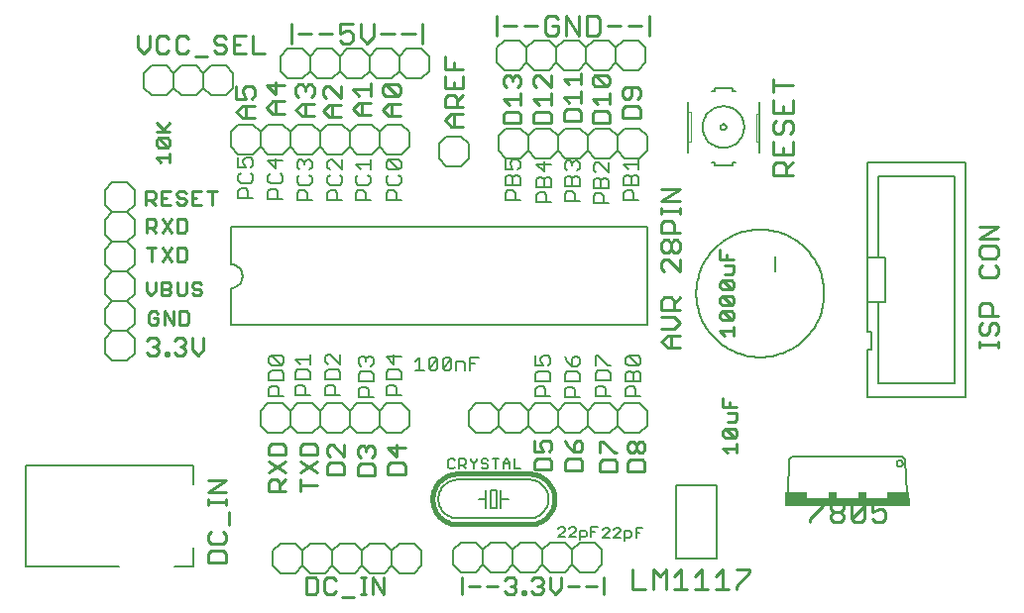
<source format=gto>
G75*
%MOIN*%
%OFA0B0*%
%FSLAX24Y24*%
%IPPOS*%
%LPD*%
%AMOC8*
5,1,8,0,0,1.08239X$1,22.5*
%
%ADD10C,0.0100*%
%ADD11C,0.0070*%
%ADD12C,0.0090*%
%ADD13C,0.0060*%
%ADD14C,0.0080*%
%ADD15C,0.0050*%
%ADD16R,0.4200X0.0300*%
%ADD17R,0.0750X0.0200*%
%ADD18R,0.0300X0.0200*%
%ADD19C,0.0020*%
%ADD20C,0.0160*%
D10*
X004353Y009687D02*
X004430Y009610D01*
X004583Y009610D01*
X004660Y009687D01*
X004660Y009840D01*
X004507Y009840D01*
X004660Y009994D02*
X004583Y010070D01*
X004430Y010070D01*
X004353Y009994D01*
X004353Y009687D01*
X004869Y009610D02*
X004869Y010070D01*
X005176Y009610D01*
X005176Y010070D01*
X005384Y010070D02*
X005615Y010070D01*
X005691Y009994D01*
X005691Y009687D01*
X005615Y009610D01*
X005384Y009610D01*
X005384Y010070D01*
X005375Y010600D02*
X005529Y010600D01*
X005606Y010677D01*
X005606Y011060D01*
X005814Y010984D02*
X005814Y010907D01*
X005891Y010830D01*
X006045Y010830D01*
X006121Y010753D01*
X006121Y010677D01*
X006045Y010600D01*
X005891Y010600D01*
X005814Y010677D01*
X005814Y010984D02*
X005891Y011060D01*
X006045Y011060D01*
X006121Y010984D01*
X005299Y011060D02*
X005299Y010677D01*
X005375Y010600D01*
X005090Y010677D02*
X005013Y010600D01*
X004783Y010600D01*
X004783Y011060D01*
X005013Y011060D01*
X005090Y010984D01*
X005090Y010907D01*
X005013Y010830D01*
X004783Y010830D01*
X004574Y010753D02*
X004574Y011060D01*
X004267Y011060D02*
X004267Y010753D01*
X004421Y010600D01*
X004574Y010753D01*
X005013Y010830D02*
X005090Y010753D01*
X005090Y010677D01*
X005106Y011760D02*
X004799Y012220D01*
X004590Y012220D02*
X004283Y012220D01*
X004437Y012220D02*
X004437Y011760D01*
X004799Y011760D02*
X005106Y012220D01*
X005314Y012220D02*
X005545Y012220D01*
X005621Y012144D01*
X005621Y011837D01*
X005545Y011760D01*
X005314Y011760D01*
X005314Y012220D01*
X005314Y012720D02*
X005545Y012720D01*
X005621Y012797D01*
X005621Y013104D01*
X005545Y013180D01*
X005314Y013180D01*
X005314Y012720D01*
X005106Y012720D02*
X004799Y013180D01*
X004590Y013104D02*
X004590Y012950D01*
X004513Y012873D01*
X004283Y012873D01*
X004283Y012720D02*
X004283Y013180D01*
X004513Y013180D01*
X004590Y013104D01*
X004437Y012873D02*
X004590Y012720D01*
X004799Y012720D02*
X005106Y013180D01*
X005084Y013660D02*
X004777Y013660D01*
X004777Y014120D01*
X005084Y014120D01*
X005293Y014044D02*
X005293Y013967D01*
X005370Y013890D01*
X005523Y013890D01*
X005600Y013813D01*
X005600Y013737D01*
X005523Y013660D01*
X005370Y013660D01*
X005293Y013737D01*
X005293Y014044D02*
X005370Y014120D01*
X005523Y014120D01*
X005600Y014044D01*
X005809Y014120D02*
X005809Y013660D01*
X006116Y013660D01*
X005962Y013890D02*
X005809Y013890D01*
X005809Y014120D02*
X006116Y014120D01*
X006324Y014120D02*
X006631Y014120D01*
X006478Y014120D02*
X006478Y013660D01*
X004931Y013890D02*
X004777Y013890D01*
X004569Y013890D02*
X004569Y014044D01*
X004492Y014120D01*
X004262Y014120D01*
X004262Y013660D01*
X004262Y013813D02*
X004492Y013813D01*
X004569Y013890D01*
X004415Y013813D02*
X004569Y013660D01*
X004753Y015080D02*
X004600Y015233D01*
X005060Y015233D01*
X005060Y015080D02*
X005060Y015387D01*
X004983Y015596D02*
X004676Y015903D01*
X004983Y015903D01*
X005060Y015826D01*
X005060Y015672D01*
X004983Y015596D01*
X004676Y015596D01*
X004600Y015672D01*
X004600Y015826D01*
X004676Y015903D01*
X004600Y016111D02*
X005060Y016111D01*
X004907Y016111D02*
X004600Y016418D01*
X004830Y016188D02*
X005060Y016418D01*
X009130Y019080D02*
X009130Y019741D01*
X009363Y019410D02*
X009804Y019410D01*
X010063Y019410D02*
X010503Y019410D01*
X010763Y019410D02*
X010983Y019520D01*
X011093Y019520D01*
X011203Y019410D01*
X011203Y019190D01*
X011093Y019080D01*
X010873Y019080D01*
X010763Y019190D01*
X010763Y019410D02*
X010763Y019741D01*
X011203Y019741D01*
X011463Y019741D02*
X011463Y019300D01*
X011683Y019080D01*
X011903Y019300D01*
X011903Y019741D01*
X012162Y019410D02*
X012603Y019410D01*
X012862Y019410D02*
X013303Y019410D01*
X013562Y019080D02*
X013562Y019741D01*
X016050Y020011D02*
X016050Y019350D01*
X016283Y019680D02*
X016724Y019680D01*
X016983Y019680D02*
X017423Y019680D01*
X017683Y019460D02*
X017793Y019350D01*
X018013Y019350D01*
X018123Y019460D01*
X018123Y019680D01*
X017903Y019680D01*
X017683Y019900D02*
X017683Y019460D01*
X017683Y019900D02*
X017793Y020011D01*
X018013Y020011D01*
X018123Y019900D01*
X018383Y020011D02*
X018823Y019350D01*
X018823Y020011D01*
X019082Y020011D02*
X019413Y020011D01*
X019523Y019900D01*
X019523Y019460D01*
X019413Y019350D01*
X019082Y019350D01*
X019082Y020011D01*
X018383Y020011D02*
X018383Y019350D01*
X019782Y019680D02*
X020223Y019680D01*
X020482Y019680D02*
X020922Y019680D01*
X021182Y020011D02*
X021182Y019350D01*
X025349Y017890D02*
X025349Y017449D01*
X025349Y017669D02*
X026010Y017669D01*
X026010Y017190D02*
X026010Y016749D01*
X025349Y016749D01*
X025349Y017190D01*
X025680Y016970D02*
X025680Y016749D01*
X025790Y016490D02*
X025900Y016490D01*
X026010Y016380D01*
X026010Y016160D01*
X025900Y016050D01*
X025680Y016160D02*
X025680Y016380D01*
X025790Y016490D01*
X025460Y016490D02*
X025349Y016380D01*
X025349Y016160D01*
X025460Y016050D01*
X025570Y016050D01*
X025680Y016160D01*
X026010Y015790D02*
X026010Y015350D01*
X025349Y015350D01*
X025349Y015790D01*
X025680Y015570D02*
X025680Y015350D01*
X025680Y015090D02*
X025460Y015090D01*
X025349Y014980D01*
X025349Y014650D01*
X026010Y014650D01*
X025790Y014650D02*
X025790Y014980D01*
X025680Y015090D01*
X025790Y014870D02*
X026010Y015090D01*
X023560Y012135D02*
X023560Y011828D01*
X024020Y011828D01*
X024020Y011619D02*
X023713Y011619D01*
X023790Y011828D02*
X023790Y011982D01*
X024020Y011619D02*
X024020Y011389D01*
X023943Y011313D01*
X023713Y011313D01*
X023636Y011104D02*
X023943Y010797D01*
X024020Y010874D01*
X024020Y011027D01*
X023943Y011104D01*
X023636Y011104D01*
X023560Y011027D01*
X023560Y010874D01*
X023636Y010797D01*
X023943Y010797D01*
X023943Y010588D02*
X023636Y010588D01*
X023943Y010281D01*
X024020Y010358D01*
X024020Y010511D01*
X023943Y010588D01*
X023636Y010588D02*
X023560Y010511D01*
X023560Y010358D01*
X023636Y010281D01*
X023943Y010281D01*
X023943Y010073D02*
X023636Y010073D01*
X023943Y009766D01*
X024020Y009842D01*
X024020Y009996D01*
X023943Y010073D01*
X023636Y010073D02*
X023560Y009996D01*
X023560Y009842D01*
X023636Y009766D01*
X023943Y009766D01*
X024020Y009557D02*
X024020Y009250D01*
X024020Y009403D02*
X023560Y009403D01*
X023713Y009250D01*
X023660Y007154D02*
X023660Y006847D01*
X024120Y006847D01*
X024120Y006638D02*
X023813Y006638D01*
X023890Y006847D02*
X023890Y007000D01*
X024120Y006638D02*
X024120Y006408D01*
X024043Y006331D01*
X023813Y006331D01*
X023736Y006123D02*
X024043Y005816D01*
X024120Y005892D01*
X024120Y006046D01*
X024043Y006123D01*
X023736Y006123D01*
X023660Y006046D01*
X023660Y005892D01*
X023736Y005816D01*
X024043Y005816D01*
X024120Y005607D02*
X024120Y005300D01*
X024120Y005453D02*
X023660Y005453D01*
X023813Y005300D01*
X026580Y003631D02*
X027020Y003631D01*
X027020Y003520D01*
X026580Y003080D01*
X026580Y002970D01*
X027280Y003080D02*
X027280Y003190D01*
X027390Y003300D01*
X027610Y003300D01*
X027720Y003190D01*
X027720Y003080D01*
X027610Y002970D01*
X027390Y002970D01*
X027280Y003080D01*
X027390Y003300D02*
X027280Y003410D01*
X027280Y003520D01*
X027390Y003631D01*
X027610Y003631D01*
X027720Y003520D01*
X027720Y003410D01*
X027610Y003300D01*
X027980Y003080D02*
X028420Y003520D01*
X028420Y003080D01*
X028310Y002970D01*
X028090Y002970D01*
X027980Y003080D01*
X027980Y003520D01*
X028090Y003631D01*
X028310Y003631D01*
X028420Y003520D01*
X028679Y003631D02*
X028679Y003300D01*
X028900Y003410D01*
X029010Y003410D01*
X029120Y003300D01*
X029120Y003080D01*
X029010Y002970D01*
X028789Y002970D01*
X028679Y003080D01*
X028679Y003631D02*
X029120Y003631D01*
X024551Y001381D02*
X024551Y001270D01*
X024110Y000830D01*
X024110Y000720D01*
X023851Y000720D02*
X023410Y000720D01*
X023631Y000720D02*
X023631Y001381D01*
X023410Y001160D01*
X022931Y001381D02*
X022931Y000720D01*
X022711Y000720D02*
X023151Y000720D01*
X022711Y001160D02*
X022931Y001381D01*
X022231Y001381D02*
X022231Y000720D01*
X022011Y000720D02*
X022451Y000720D01*
X022011Y001160D02*
X022231Y001381D01*
X021751Y001381D02*
X021751Y000720D01*
X021311Y000720D02*
X021311Y001381D01*
X021531Y001160D01*
X021751Y001381D01*
X021052Y000720D02*
X020611Y000720D01*
X020611Y001381D01*
X024110Y001381D02*
X024551Y001381D01*
D11*
X020950Y002785D02*
X020730Y002785D01*
X020730Y002455D01*
X020582Y002510D02*
X020527Y002455D01*
X020362Y002455D01*
X020362Y002345D02*
X020362Y002675D01*
X020527Y002675D01*
X020582Y002620D01*
X020582Y002510D01*
X020730Y002620D02*
X020840Y002620D01*
X020214Y002675D02*
X020214Y002730D01*
X020158Y002785D01*
X020048Y002785D01*
X019993Y002730D01*
X019845Y002730D02*
X019790Y002785D01*
X019680Y002785D01*
X019625Y002730D01*
X019440Y002805D02*
X019220Y002805D01*
X019220Y002475D01*
X019072Y002530D02*
X019072Y002640D01*
X019017Y002695D01*
X018852Y002695D01*
X018852Y002365D01*
X018852Y002475D02*
X019017Y002475D01*
X019072Y002530D01*
X019220Y002640D02*
X019330Y002640D01*
X019625Y002455D02*
X019845Y002675D01*
X019845Y002730D01*
X019845Y002455D02*
X019625Y002455D01*
X019993Y002455D02*
X020214Y002675D01*
X020214Y002455D02*
X019993Y002455D01*
X018704Y002475D02*
X018483Y002475D01*
X018704Y002695D01*
X018704Y002750D01*
X018648Y002805D01*
X018538Y002805D01*
X018483Y002750D01*
X018335Y002750D02*
X018280Y002805D01*
X018170Y002805D01*
X018115Y002750D01*
X018335Y002750D02*
X018335Y002695D01*
X018115Y002475D01*
X018335Y002475D01*
X016857Y004775D02*
X016637Y004775D01*
X016637Y005105D01*
X016489Y004995D02*
X016489Y004775D01*
X016489Y004940D02*
X016268Y004940D01*
X016268Y004995D02*
X016378Y005105D01*
X016489Y004995D01*
X016268Y004995D02*
X016268Y004775D01*
X016010Y004775D02*
X016010Y005105D01*
X015900Y005105D02*
X016120Y005105D01*
X015752Y005050D02*
X015697Y005105D01*
X015587Y005105D01*
X015532Y005050D01*
X015532Y004995D01*
X015587Y004940D01*
X015697Y004940D01*
X015752Y004885D01*
X015752Y004830D01*
X015697Y004775D01*
X015587Y004775D01*
X015532Y004830D01*
X015274Y004775D02*
X015274Y004940D01*
X015384Y005050D01*
X015384Y005105D01*
X015274Y004940D02*
X015163Y005050D01*
X015163Y005105D01*
X015015Y005050D02*
X015015Y004940D01*
X014960Y004885D01*
X014795Y004885D01*
X014795Y004775D02*
X014795Y005105D01*
X014960Y005105D01*
X015015Y005050D01*
X014905Y004885D02*
X015015Y004775D01*
X014647Y004830D02*
X014592Y004775D01*
X014482Y004775D01*
X014427Y004830D01*
X014427Y005050D01*
X014482Y005105D01*
X014592Y005105D01*
X014647Y005050D01*
X014694Y008085D02*
X014694Y008372D01*
X014909Y008372D01*
X014981Y008300D01*
X014981Y008085D01*
X015155Y008085D02*
X015155Y008515D01*
X015442Y008515D01*
X015298Y008300D02*
X015155Y008300D01*
X014521Y008157D02*
X014449Y008085D01*
X014306Y008085D01*
X014234Y008157D01*
X014521Y008444D01*
X014521Y008157D01*
X014234Y008157D02*
X014234Y008444D01*
X014306Y008515D01*
X014449Y008515D01*
X014521Y008444D01*
X014060Y008444D02*
X014060Y008157D01*
X013989Y008085D01*
X013845Y008085D01*
X013773Y008157D01*
X014060Y008444D01*
X013989Y008515D01*
X013845Y008515D01*
X013773Y008444D01*
X013773Y008157D01*
X013600Y008085D02*
X013313Y008085D01*
X013456Y008085D02*
X013456Y008515D01*
X013313Y008372D01*
D12*
X017325Y005728D02*
X017325Y005347D01*
X017610Y005347D01*
X017515Y005537D01*
X017515Y005633D01*
X017610Y005728D01*
X017800Y005728D01*
X017895Y005633D01*
X017895Y005442D01*
X017800Y005347D01*
X017800Y005120D02*
X017420Y005120D01*
X017325Y005025D01*
X017325Y004740D01*
X017895Y004740D01*
X017895Y005025D01*
X017800Y005120D01*
X018355Y005010D02*
X018355Y004725D01*
X018925Y004725D01*
X018925Y005010D01*
X018830Y005105D01*
X018450Y005105D01*
X018355Y005010D01*
X018640Y005333D02*
X018640Y005618D01*
X018735Y005713D01*
X018830Y005713D01*
X018925Y005618D01*
X018925Y005428D01*
X018830Y005333D01*
X018640Y005333D01*
X018450Y005523D01*
X018355Y005713D01*
X019525Y005683D02*
X019525Y005303D01*
X019620Y005075D02*
X019525Y004980D01*
X019525Y004695D01*
X020095Y004695D01*
X020095Y004980D01*
X020000Y005075D01*
X019620Y005075D01*
X020000Y005303D02*
X020095Y005303D01*
X020000Y005303D02*
X019620Y005683D01*
X019525Y005683D01*
X020455Y005588D02*
X020455Y005398D01*
X020550Y005303D01*
X020645Y005303D01*
X020740Y005398D01*
X020740Y005588D01*
X020835Y005683D01*
X020930Y005683D01*
X021025Y005588D01*
X021025Y005398D01*
X020930Y005303D01*
X020835Y005303D01*
X020740Y005398D01*
X020740Y005588D02*
X020645Y005683D01*
X020550Y005683D01*
X020455Y005588D01*
X020550Y005075D02*
X020455Y004980D01*
X020455Y004695D01*
X021025Y004695D01*
X021025Y004980D01*
X020930Y005075D01*
X020550Y005075D01*
X021798Y008835D02*
X021594Y009039D01*
X021798Y009242D01*
X022205Y009242D01*
X021900Y009242D02*
X021900Y008835D01*
X021798Y008835D02*
X022205Y008835D01*
X022001Y009480D02*
X021594Y009480D01*
X022001Y009480D02*
X022205Y009683D01*
X022001Y009887D01*
X021594Y009887D01*
X021594Y010124D02*
X021594Y010429D01*
X021696Y010531D01*
X021900Y010531D01*
X022001Y010429D01*
X022001Y010124D01*
X022001Y010328D02*
X022205Y010531D01*
X022205Y010124D02*
X021594Y010124D01*
X021696Y011413D02*
X021594Y011515D01*
X021594Y011718D01*
X021696Y011820D01*
X021798Y011820D01*
X022205Y011413D01*
X022205Y011820D01*
X022103Y012058D02*
X022001Y012058D01*
X021900Y012160D01*
X021900Y012363D01*
X022001Y012465D01*
X022103Y012465D01*
X022205Y012363D01*
X022205Y012160D01*
X022103Y012058D01*
X021900Y012160D02*
X021798Y012058D01*
X021696Y012058D01*
X021594Y012160D01*
X021594Y012363D01*
X021696Y012465D01*
X021798Y012465D01*
X021900Y012363D01*
X022001Y012702D02*
X022001Y013008D01*
X021900Y013109D01*
X021696Y013109D01*
X021594Y013008D01*
X021594Y012702D01*
X022205Y012702D01*
X022205Y013347D02*
X022205Y013550D01*
X022205Y013449D02*
X021594Y013449D01*
X021594Y013550D02*
X021594Y013347D01*
X021594Y013777D02*
X022205Y014184D01*
X021594Y014184D01*
X021594Y013777D02*
X022205Y013777D01*
X019835Y016425D02*
X019265Y016425D01*
X019265Y016710D01*
X019360Y016805D01*
X019740Y016805D01*
X019835Y016710D01*
X019835Y016425D01*
X020284Y016565D02*
X020284Y016870D01*
X020386Y016972D01*
X020793Y016972D01*
X020895Y016870D01*
X020895Y016565D01*
X020284Y016565D01*
X019835Y017033D02*
X019835Y017413D01*
X019835Y017223D02*
X019265Y017223D01*
X019455Y017033D01*
X018875Y017093D02*
X018875Y017473D01*
X018875Y017283D02*
X018305Y017283D01*
X018495Y017093D01*
X017865Y017023D02*
X017865Y017403D01*
X017865Y017213D02*
X017295Y017213D01*
X017485Y017023D01*
X017390Y016795D02*
X017295Y016700D01*
X017295Y016415D01*
X017865Y016415D01*
X017865Y016700D01*
X017770Y016795D01*
X017390Y016795D01*
X016855Y016700D02*
X016760Y016795D01*
X016380Y016795D01*
X016285Y016700D01*
X016285Y016415D01*
X016855Y016415D01*
X016855Y016700D01*
X016855Y017023D02*
X016855Y017403D01*
X016855Y017213D02*
X016285Y017213D01*
X016475Y017023D01*
X016380Y017630D02*
X016285Y017726D01*
X016285Y017916D01*
X016380Y018011D01*
X016475Y018011D01*
X016570Y017916D01*
X016665Y018011D01*
X016760Y018011D01*
X016855Y017916D01*
X016855Y017726D01*
X016760Y017630D01*
X016570Y017821D02*
X016570Y017916D01*
X017295Y017916D02*
X017295Y017726D01*
X017390Y017630D01*
X017295Y017916D02*
X017390Y018011D01*
X017485Y018011D01*
X017865Y017630D01*
X017865Y018011D01*
X018305Y017891D02*
X018875Y017891D01*
X018875Y018081D02*
X018875Y017700D01*
X019265Y017736D02*
X019265Y017926D01*
X019360Y018021D01*
X019740Y017640D01*
X019835Y017736D01*
X019835Y017926D01*
X019740Y018021D01*
X019360Y018021D01*
X019265Y017736D02*
X019360Y017640D01*
X019740Y017640D01*
X020284Y017515D02*
X020284Y017311D01*
X020386Y017210D01*
X020488Y017210D01*
X020590Y017311D01*
X020590Y017617D01*
X020793Y017617D02*
X020386Y017617D01*
X020284Y017515D01*
X020793Y017617D02*
X020895Y017515D01*
X020895Y017311D01*
X020793Y017210D01*
X018875Y016770D02*
X018875Y016485D01*
X018305Y016485D01*
X018305Y016770D01*
X018400Y016865D01*
X018780Y016865D01*
X018875Y016770D01*
X018495Y017700D02*
X018305Y017891D01*
X014925Y017991D02*
X014925Y017584D01*
X014314Y017584D01*
X014314Y017991D01*
X014314Y018229D02*
X014314Y018636D01*
X014620Y018432D02*
X014620Y018229D01*
X014925Y018229D02*
X014314Y018229D01*
X014620Y017788D02*
X014620Y017584D01*
X014620Y017347D02*
X014416Y017347D01*
X014314Y017245D01*
X014314Y016940D01*
X014925Y016940D01*
X014721Y016940D02*
X014721Y017245D01*
X014620Y017347D01*
X014721Y017143D02*
X014925Y017347D01*
X014925Y016702D02*
X014518Y016702D01*
X014314Y016499D01*
X014518Y016295D01*
X014925Y016295D01*
X014620Y016295D02*
X014620Y016702D01*
X012825Y016655D02*
X012418Y016655D01*
X012214Y016859D01*
X012418Y017062D01*
X012825Y017062D01*
X012520Y017062D02*
X012520Y016655D01*
X011815Y016685D02*
X011408Y016685D01*
X011204Y016889D01*
X011408Y017092D01*
X011815Y017092D01*
X011815Y017330D02*
X011815Y017737D01*
X011815Y017533D02*
X011204Y017533D01*
X011408Y017330D01*
X011510Y017092D02*
X011510Y016685D01*
X010815Y016605D02*
X010408Y016605D01*
X010204Y016809D01*
X010408Y017012D01*
X010815Y017012D01*
X010815Y017250D02*
X010408Y017657D01*
X010306Y017657D01*
X010204Y017555D01*
X010204Y017351D01*
X010306Y017250D01*
X010510Y017012D02*
X010510Y016605D01*
X009905Y016645D02*
X009498Y016645D01*
X009294Y016849D01*
X009498Y017052D01*
X009905Y017052D01*
X009803Y017290D02*
X009905Y017391D01*
X009905Y017595D01*
X009803Y017697D01*
X009701Y017697D01*
X009600Y017595D01*
X009600Y017493D01*
X009600Y017595D02*
X009498Y017697D01*
X009396Y017697D01*
X009294Y017595D01*
X009294Y017391D01*
X009396Y017290D01*
X009600Y017052D02*
X009600Y016645D01*
X008925Y016725D02*
X008518Y016725D01*
X008314Y016929D01*
X008518Y017132D01*
X008925Y017132D01*
X008620Y017132D02*
X008620Y016725D01*
X007905Y016585D02*
X007498Y016585D01*
X007294Y016789D01*
X007498Y016992D01*
X007905Y016992D01*
X007803Y017230D02*
X007905Y017331D01*
X007905Y017535D01*
X007803Y017637D01*
X007600Y017637D01*
X007498Y017535D01*
X007498Y017433D01*
X007600Y017230D01*
X007294Y017230D01*
X007294Y017637D01*
X007600Y016992D02*
X007600Y016585D01*
X008620Y017370D02*
X008620Y017777D01*
X008925Y017675D02*
X008314Y017675D01*
X008620Y017370D01*
X008249Y018745D02*
X007842Y018745D01*
X007842Y019356D01*
X007605Y019356D02*
X007198Y019356D01*
X007198Y018745D01*
X007605Y018745D01*
X007401Y019050D02*
X007198Y019050D01*
X006960Y018949D02*
X006960Y018847D01*
X006858Y018745D01*
X006655Y018745D01*
X006553Y018847D01*
X006655Y019050D02*
X006858Y019050D01*
X006960Y018949D01*
X006655Y019050D02*
X006553Y019152D01*
X006553Y019254D01*
X006655Y019356D01*
X006858Y019356D01*
X006960Y019254D01*
X006316Y018643D02*
X005909Y018643D01*
X005671Y018847D02*
X005569Y018745D01*
X005366Y018745D01*
X005264Y018847D01*
X005264Y019254D01*
X005366Y019356D01*
X005569Y019356D01*
X005671Y019254D01*
X005027Y019254D02*
X004925Y019356D01*
X004721Y019356D01*
X004620Y019254D01*
X004620Y018847D01*
X004721Y018745D01*
X004925Y018745D01*
X005027Y018847D01*
X004382Y018949D02*
X004382Y019356D01*
X003975Y019356D02*
X003975Y018949D01*
X004179Y018745D01*
X004382Y018949D01*
X010815Y017657D02*
X010815Y017250D01*
X012214Y017401D02*
X012214Y017605D01*
X012316Y017707D01*
X012723Y017300D01*
X012825Y017401D01*
X012825Y017605D01*
X012723Y017707D01*
X012316Y017707D01*
X012214Y017401D02*
X012316Y017300D01*
X012723Y017300D01*
X006195Y009165D02*
X006195Y008785D01*
X006004Y008595D01*
X005814Y008785D01*
X005814Y009165D01*
X005587Y009070D02*
X005587Y008975D01*
X005492Y008880D01*
X005587Y008785D01*
X005587Y008690D01*
X005492Y008595D01*
X005302Y008595D01*
X005207Y008690D01*
X004998Y008690D02*
X004998Y008595D01*
X004903Y008595D01*
X004903Y008690D01*
X004998Y008690D01*
X004675Y008690D02*
X004580Y008595D01*
X004390Y008595D01*
X004295Y008690D01*
X004485Y008880D02*
X004580Y008880D01*
X004675Y008785D01*
X004675Y008690D01*
X004580Y008880D02*
X004675Y008975D01*
X004675Y009070D01*
X004580Y009165D01*
X004390Y009165D01*
X004295Y009070D01*
X005207Y009070D02*
X005302Y009165D01*
X005492Y009165D01*
X005587Y009070D01*
X005492Y008880D02*
X005397Y008880D01*
X008470Y005621D02*
X008375Y005526D01*
X008375Y005240D01*
X008945Y005240D01*
X008945Y005526D01*
X008850Y005621D01*
X008470Y005621D01*
X008375Y005013D02*
X008945Y004633D01*
X008945Y004405D02*
X008755Y004215D01*
X008755Y004310D02*
X008755Y004025D01*
X008945Y004025D02*
X008375Y004025D01*
X008375Y004310D01*
X008470Y004405D01*
X008660Y004405D01*
X008755Y004310D01*
X008375Y004633D02*
X008945Y005013D01*
X009435Y005013D02*
X010005Y004633D01*
X010345Y004585D02*
X010345Y004870D01*
X010440Y004965D01*
X010820Y004965D01*
X010915Y004870D01*
X010915Y004585D01*
X010345Y004585D01*
X010005Y004215D02*
X009435Y004215D01*
X009435Y004025D02*
X009435Y004405D01*
X009435Y004633D02*
X010005Y005013D01*
X010005Y005240D02*
X009435Y005240D01*
X009435Y005526D01*
X009530Y005621D01*
X009910Y005621D01*
X010005Y005526D01*
X010005Y005240D01*
X010345Y005288D02*
X010440Y005193D01*
X010345Y005288D02*
X010345Y005478D01*
X010440Y005573D01*
X010535Y005573D01*
X010915Y005193D01*
X010915Y005573D01*
X011375Y005448D02*
X011470Y005543D01*
X011565Y005543D01*
X011660Y005448D01*
X011755Y005543D01*
X011850Y005543D01*
X011945Y005448D01*
X011945Y005258D01*
X011850Y005163D01*
X011850Y004935D02*
X011470Y004935D01*
X011375Y004840D01*
X011375Y004555D01*
X011945Y004555D01*
X011945Y004840D01*
X011850Y004935D01*
X011470Y005163D02*
X011375Y005258D01*
X011375Y005448D01*
X011660Y005448D02*
X011660Y005353D01*
X012395Y005478D02*
X012680Y005193D01*
X012680Y005573D01*
X012965Y005478D02*
X012395Y005478D01*
X012490Y004965D02*
X012395Y004870D01*
X012395Y004585D01*
X012965Y004585D01*
X012965Y004870D01*
X012870Y004965D01*
X012490Y004965D01*
X006945Y004375D02*
X006334Y004375D01*
X006334Y003968D02*
X006945Y004375D01*
X006945Y003968D02*
X006334Y003968D01*
X006334Y003742D02*
X006334Y003539D01*
X006334Y003640D02*
X006945Y003640D01*
X006945Y003539D02*
X006945Y003742D01*
X007047Y003301D02*
X007047Y002894D01*
X006843Y002657D02*
X006945Y002555D01*
X006945Y002351D01*
X006843Y002250D01*
X006436Y002250D01*
X006334Y002351D01*
X006334Y002555D01*
X006436Y002657D01*
X006436Y002012D02*
X006334Y001910D01*
X006334Y001605D01*
X006945Y001605D01*
X006945Y001910D01*
X006843Y002012D01*
X006436Y002012D01*
X009645Y001115D02*
X009645Y000545D01*
X009930Y000545D01*
X010025Y000640D01*
X010025Y001020D01*
X009930Y001115D01*
X009645Y001115D01*
X010253Y001020D02*
X010253Y000640D01*
X010348Y000545D01*
X010538Y000545D01*
X010633Y000640D01*
X010860Y000450D02*
X011241Y000450D01*
X011468Y000545D02*
X011658Y000545D01*
X011563Y000545D02*
X011563Y001115D01*
X011468Y001115D02*
X011658Y001115D01*
X011873Y001115D02*
X012254Y000545D01*
X012254Y001115D01*
X011873Y001115D02*
X011873Y000545D01*
X010633Y001020D02*
X010538Y001115D01*
X010348Y001115D01*
X010253Y001020D01*
X014895Y001115D02*
X014895Y000545D01*
X015098Y000830D02*
X015478Y000830D01*
X015705Y000830D02*
X016086Y000830D01*
X016313Y000640D02*
X016408Y000545D01*
X016598Y000545D01*
X016693Y000640D01*
X016693Y000735D01*
X016598Y000830D01*
X016503Y000830D01*
X016598Y000830D02*
X016693Y000925D01*
X016693Y001020D01*
X016598Y001115D01*
X016408Y001115D01*
X016313Y001020D01*
X016921Y000640D02*
X016921Y000545D01*
X017016Y000545D01*
X017016Y000640D01*
X016921Y000640D01*
X017225Y000640D02*
X017320Y000545D01*
X017510Y000545D01*
X017605Y000640D01*
X017605Y000735D01*
X017510Y000830D01*
X017415Y000830D01*
X017510Y000830D02*
X017605Y000925D01*
X017605Y001020D01*
X017510Y001115D01*
X017320Y001115D01*
X017225Y001020D01*
X017832Y001115D02*
X017832Y000735D01*
X018022Y000545D01*
X018213Y000735D01*
X018213Y001115D01*
X018440Y000830D02*
X018820Y000830D01*
X019048Y000830D02*
X019428Y000830D01*
X019655Y001115D02*
X019655Y000545D01*
X032294Y008855D02*
X032294Y009059D01*
X032294Y008957D02*
X032905Y008957D01*
X032905Y008855D02*
X032905Y009059D01*
X032803Y009285D02*
X032905Y009386D01*
X032905Y009590D01*
X032803Y009692D01*
X032701Y009692D01*
X032600Y009590D01*
X032600Y009386D01*
X032498Y009285D01*
X032396Y009285D01*
X032294Y009386D01*
X032294Y009590D01*
X032396Y009692D01*
X032294Y009929D02*
X032294Y010235D01*
X032396Y010336D01*
X032600Y010336D01*
X032701Y010235D01*
X032701Y009929D01*
X032905Y009929D02*
X032294Y009929D01*
X032396Y011218D02*
X032294Y011320D01*
X032294Y011524D01*
X032396Y011625D01*
X032396Y011863D02*
X032294Y011965D01*
X032294Y012168D01*
X032396Y012270D01*
X032803Y012270D01*
X032905Y012168D01*
X032905Y011965D01*
X032803Y011863D01*
X032396Y011863D01*
X032803Y011625D02*
X032905Y011524D01*
X032905Y011320D01*
X032803Y011218D01*
X032396Y011218D01*
X032294Y012507D02*
X032905Y012914D01*
X032294Y012914D01*
X032294Y012507D02*
X032905Y012507D01*
D13*
X024870Y015420D02*
X024870Y015770D01*
X024870Y016720D01*
X024870Y017120D01*
X024070Y017470D02*
X023970Y017470D01*
X023970Y017570D01*
X023370Y017570D01*
X023370Y017470D01*
X023270Y017470D01*
X022470Y017120D02*
X022470Y016770D01*
X022470Y015770D01*
X022470Y015420D01*
X023270Y015070D02*
X023370Y015070D01*
X023370Y014970D01*
X023970Y014970D01*
X023970Y015070D01*
X024070Y015070D01*
X023570Y016270D02*
X023572Y016290D01*
X023578Y016308D01*
X023587Y016326D01*
X023599Y016341D01*
X023614Y016353D01*
X023632Y016362D01*
X023650Y016368D01*
X023670Y016370D01*
X023690Y016368D01*
X023708Y016362D01*
X023726Y016353D01*
X023741Y016341D01*
X023753Y016326D01*
X023762Y016308D01*
X023768Y016290D01*
X023770Y016270D01*
X023768Y016250D01*
X023762Y016232D01*
X023753Y016214D01*
X023741Y016199D01*
X023726Y016187D01*
X023708Y016178D01*
X023690Y016172D01*
X023670Y016170D01*
X023650Y016172D01*
X023632Y016178D01*
X023614Y016187D01*
X023599Y016199D01*
X023587Y016214D01*
X023578Y016232D01*
X023572Y016250D01*
X023570Y016270D01*
X022970Y016270D02*
X022972Y016322D01*
X022978Y016374D01*
X022988Y016426D01*
X023001Y016476D01*
X023018Y016526D01*
X023039Y016574D01*
X023064Y016620D01*
X023092Y016664D01*
X023123Y016706D01*
X023157Y016746D01*
X023194Y016783D01*
X023234Y016817D01*
X023276Y016848D01*
X023320Y016876D01*
X023366Y016901D01*
X023414Y016922D01*
X023464Y016939D01*
X023514Y016952D01*
X023566Y016962D01*
X023618Y016968D01*
X023670Y016970D01*
X023722Y016968D01*
X023774Y016962D01*
X023826Y016952D01*
X023876Y016939D01*
X023926Y016922D01*
X023974Y016901D01*
X024020Y016876D01*
X024064Y016848D01*
X024106Y016817D01*
X024146Y016783D01*
X024183Y016746D01*
X024217Y016706D01*
X024248Y016664D01*
X024276Y016620D01*
X024301Y016574D01*
X024322Y016526D01*
X024339Y016476D01*
X024352Y016426D01*
X024362Y016374D01*
X024368Y016322D01*
X024370Y016270D01*
X024368Y016218D01*
X024362Y016166D01*
X024352Y016114D01*
X024339Y016064D01*
X024322Y016014D01*
X024301Y015966D01*
X024276Y015920D01*
X024248Y015876D01*
X024217Y015834D01*
X024183Y015794D01*
X024146Y015757D01*
X024106Y015723D01*
X024064Y015692D01*
X024020Y015664D01*
X023974Y015639D01*
X023926Y015618D01*
X023876Y015601D01*
X023826Y015588D01*
X023774Y015578D01*
X023722Y015572D01*
X023670Y015570D01*
X023618Y015572D01*
X023566Y015578D01*
X023514Y015588D01*
X023464Y015601D01*
X023414Y015618D01*
X023366Y015639D01*
X023320Y015664D01*
X023276Y015692D01*
X023234Y015723D01*
X023194Y015757D01*
X023157Y015794D01*
X023123Y015834D01*
X023092Y015876D01*
X023064Y015920D01*
X023039Y015966D01*
X023018Y016014D01*
X023001Y016064D01*
X022988Y016114D01*
X022978Y016166D01*
X022972Y016218D01*
X022970Y016270D01*
X021100Y015970D02*
X021100Y015470D01*
X020850Y015220D01*
X020350Y015220D01*
X020100Y015470D01*
X019850Y015220D01*
X019350Y015220D01*
X019100Y015470D01*
X018850Y015220D01*
X018350Y015220D01*
X018100Y015470D01*
X017850Y015220D01*
X017350Y015220D01*
X017100Y015470D01*
X016850Y015220D01*
X016350Y015220D01*
X016100Y015470D01*
X016100Y015970D01*
X016350Y016220D01*
X016850Y016220D01*
X017100Y015970D01*
X017350Y016220D01*
X017850Y016220D01*
X018100Y015970D01*
X018100Y015470D01*
X018423Y015145D02*
X018506Y015145D01*
X018590Y015061D01*
X018673Y015145D01*
X018757Y015145D01*
X018840Y015061D01*
X018840Y014895D01*
X018757Y014811D01*
X018757Y014629D02*
X018840Y014546D01*
X018840Y014296D01*
X018340Y014296D01*
X018340Y014546D01*
X018423Y014629D01*
X018506Y014629D01*
X018590Y014546D01*
X018590Y014296D01*
X018590Y014114D02*
X018423Y014114D01*
X018340Y014030D01*
X018340Y013780D01*
X018840Y013780D01*
X018673Y013780D02*
X018673Y014030D01*
X018590Y014114D01*
X018590Y014546D02*
X018673Y014629D01*
X018757Y014629D01*
X018423Y014811D02*
X018340Y014895D01*
X018340Y015061D01*
X018423Y015145D01*
X018590Y015061D02*
X018590Y014978D01*
X017890Y015021D02*
X017390Y015021D01*
X017640Y014771D01*
X017640Y015105D01*
X017723Y014589D02*
X017807Y014589D01*
X017890Y014506D01*
X017890Y014256D01*
X017390Y014256D01*
X017390Y014506D01*
X017473Y014589D01*
X017556Y014589D01*
X017640Y014506D01*
X017640Y014256D01*
X017640Y014074D02*
X017473Y014074D01*
X017390Y013990D01*
X017390Y013740D01*
X017890Y013740D01*
X017723Y013740D02*
X017723Y013990D01*
X017640Y014074D01*
X017640Y014506D02*
X017723Y014589D01*
X016840Y014576D02*
X016840Y014326D01*
X016340Y014326D01*
X016340Y014576D01*
X016423Y014659D01*
X016506Y014659D01*
X016590Y014576D01*
X016590Y014326D01*
X016590Y014144D02*
X016673Y014060D01*
X016673Y013810D01*
X016840Y013810D02*
X016340Y013810D01*
X016340Y014060D01*
X016423Y014144D01*
X016590Y014144D01*
X016590Y014576D02*
X016673Y014659D01*
X016757Y014659D01*
X016840Y014576D01*
X016757Y014841D02*
X016840Y014925D01*
X016840Y015091D01*
X016757Y015175D01*
X016590Y015175D01*
X016506Y015091D01*
X016506Y015008D01*
X016590Y014841D01*
X016340Y014841D01*
X016340Y015175D01*
X017100Y015470D02*
X017100Y015970D01*
X018100Y015970D02*
X018350Y016220D01*
X018850Y016220D01*
X019100Y015970D01*
X019350Y016220D01*
X019850Y016220D01*
X020100Y015970D01*
X020350Y016220D01*
X020850Y016220D01*
X021100Y015970D01*
X020100Y015970D02*
X020100Y015470D01*
X019800Y015075D02*
X019800Y014741D01*
X019466Y015075D01*
X019383Y015075D01*
X019300Y014991D01*
X019300Y014825D01*
X019383Y014741D01*
X019383Y014559D02*
X019466Y014559D01*
X019550Y014476D01*
X019550Y014226D01*
X019550Y014044D02*
X019383Y014044D01*
X019300Y013960D01*
X019300Y013710D01*
X019800Y013710D01*
X019633Y013710D02*
X019633Y013960D01*
X019550Y014044D01*
X019800Y014226D02*
X019300Y014226D01*
X019300Y014476D01*
X019383Y014559D01*
X019550Y014476D02*
X019633Y014559D01*
X019717Y014559D01*
X019800Y014476D01*
X019800Y014226D01*
X020320Y014326D02*
X020320Y014576D01*
X020403Y014659D01*
X020486Y014659D01*
X020570Y014576D01*
X020570Y014326D01*
X020570Y014144D02*
X020653Y014060D01*
X020653Y013810D01*
X020820Y013810D02*
X020320Y013810D01*
X020320Y014060D01*
X020403Y014144D01*
X020570Y014144D01*
X020820Y014326D02*
X020820Y014576D01*
X020737Y014659D01*
X020653Y014659D01*
X020570Y014576D01*
X020486Y014841D02*
X020320Y015008D01*
X020820Y015008D01*
X020820Y014841D02*
X020820Y015175D01*
X020820Y014326D02*
X020320Y014326D01*
X021100Y012900D02*
X021100Y009600D01*
X007100Y009600D01*
X007100Y010850D01*
X007139Y010852D01*
X007178Y010858D01*
X007216Y010867D01*
X007253Y010880D01*
X007289Y010897D01*
X007322Y010917D01*
X007354Y010941D01*
X007383Y010967D01*
X007409Y010996D01*
X007433Y011028D01*
X007453Y011061D01*
X007470Y011097D01*
X007483Y011134D01*
X007492Y011172D01*
X007498Y011211D01*
X007500Y011250D01*
X007498Y011289D01*
X007492Y011328D01*
X007483Y011366D01*
X007470Y011403D01*
X007453Y011439D01*
X007433Y011472D01*
X007409Y011504D01*
X007383Y011533D01*
X007354Y011559D01*
X007322Y011583D01*
X007289Y011603D01*
X007253Y011620D01*
X007216Y011633D01*
X007178Y011642D01*
X007139Y011648D01*
X007100Y011650D01*
X007100Y012900D01*
X021100Y012900D01*
X019100Y015470D02*
X019100Y015970D01*
X019310Y018190D02*
X019810Y018190D01*
X020060Y018440D01*
X020310Y018190D01*
X020810Y018190D01*
X021060Y018440D01*
X021060Y018940D01*
X020810Y019190D01*
X020310Y019190D01*
X020060Y018940D01*
X020060Y018440D01*
X020060Y018940D02*
X019810Y019190D01*
X019310Y019190D01*
X019060Y018940D01*
X019060Y018440D01*
X019310Y018190D01*
X019060Y018440D02*
X018810Y018190D01*
X018310Y018190D01*
X018060Y018440D01*
X017810Y018190D01*
X017310Y018190D01*
X017060Y018440D01*
X016810Y018190D01*
X016310Y018190D01*
X016060Y018440D01*
X016060Y018940D01*
X016310Y019190D01*
X016810Y019190D01*
X017060Y018940D01*
X017310Y019190D01*
X017810Y019190D01*
X018060Y018940D01*
X018060Y018440D01*
X018060Y018940D02*
X018310Y019190D01*
X018810Y019190D01*
X019060Y018940D01*
X017060Y018940D02*
X017060Y018440D01*
X013770Y018650D02*
X013770Y018150D01*
X013520Y017900D01*
X013020Y017900D01*
X012770Y018150D01*
X012520Y017900D01*
X012020Y017900D01*
X011770Y018150D01*
X011520Y017900D01*
X011020Y017900D01*
X010770Y018150D01*
X010520Y017900D01*
X010020Y017900D01*
X009770Y018150D01*
X009520Y017900D01*
X009020Y017900D01*
X008770Y018150D01*
X008770Y018650D01*
X009020Y018900D01*
X009520Y018900D01*
X009770Y018650D01*
X010020Y018900D01*
X010520Y018900D01*
X010770Y018650D01*
X010770Y018150D01*
X010770Y018650D02*
X011020Y018900D01*
X011520Y018900D01*
X011770Y018650D01*
X012020Y018900D01*
X012520Y018900D01*
X012770Y018650D01*
X013020Y018900D01*
X013520Y018900D01*
X013770Y018650D01*
X012770Y018650D02*
X012770Y018150D01*
X011770Y018150D02*
X011770Y018650D01*
X009770Y018650D02*
X009770Y018150D01*
X007180Y018090D02*
X007180Y017590D01*
X006930Y017340D01*
X006430Y017340D01*
X006180Y017590D01*
X005930Y017340D01*
X005430Y017340D01*
X005180Y017590D01*
X004930Y017340D01*
X004430Y017340D01*
X004180Y017590D01*
X004180Y018090D01*
X004430Y018340D01*
X004930Y018340D01*
X005180Y018090D01*
X005430Y018340D01*
X005930Y018340D01*
X006180Y018090D01*
X006430Y018340D01*
X006930Y018340D01*
X007180Y018090D01*
X006180Y018090D02*
X006180Y017590D01*
X005180Y017590D02*
X005180Y018090D01*
X007100Y016110D02*
X007350Y016360D01*
X007850Y016360D01*
X008100Y016110D01*
X008350Y016360D01*
X008850Y016360D01*
X009100Y016110D01*
X009100Y015610D01*
X008850Y015360D01*
X008350Y015360D01*
X008100Y015610D01*
X007850Y015360D01*
X007350Y015360D01*
X007100Y015610D01*
X007100Y016110D01*
X008100Y016110D02*
X008100Y015610D01*
X007777Y015245D02*
X007610Y015245D01*
X007526Y015161D01*
X007526Y015078D01*
X007610Y014911D01*
X007360Y014911D01*
X007360Y015245D01*
X007777Y015245D02*
X007860Y015161D01*
X007860Y014995D01*
X007777Y014911D01*
X007777Y014729D02*
X007860Y014646D01*
X007860Y014479D01*
X007777Y014396D01*
X007443Y014396D01*
X007360Y014479D01*
X007360Y014646D01*
X007443Y014729D01*
X007443Y014214D02*
X007610Y014214D01*
X007693Y014130D01*
X007693Y013880D01*
X007860Y013880D02*
X007360Y013880D01*
X007360Y014130D01*
X007443Y014214D01*
X008350Y014100D02*
X008350Y013850D01*
X008850Y013850D01*
X008683Y013850D02*
X008683Y014100D01*
X008600Y014184D01*
X008433Y014184D01*
X008350Y014100D01*
X008433Y014366D02*
X008350Y014449D01*
X008350Y014616D01*
X008433Y014699D01*
X008600Y014881D02*
X008600Y015215D01*
X008850Y015131D02*
X008350Y015131D01*
X008600Y014881D01*
X008767Y014699D02*
X008850Y014616D01*
X008850Y014449D01*
X008767Y014366D01*
X008433Y014366D01*
X009330Y014409D02*
X009413Y014326D01*
X009747Y014326D01*
X009830Y014409D01*
X009830Y014576D01*
X009747Y014659D01*
X009747Y014841D02*
X009830Y014925D01*
X009830Y015091D01*
X009747Y015175D01*
X009663Y015175D01*
X009580Y015091D01*
X009580Y015008D01*
X009580Y015091D02*
X009496Y015175D01*
X009413Y015175D01*
X009330Y015091D01*
X009330Y014925D01*
X009413Y014841D01*
X009413Y014659D02*
X009330Y014576D01*
X009330Y014409D01*
X009413Y014144D02*
X009580Y014144D01*
X009663Y014060D01*
X009663Y013810D01*
X009830Y013810D02*
X009330Y013810D01*
X009330Y014060D01*
X009413Y014144D01*
X010350Y014060D02*
X010350Y013810D01*
X010850Y013810D01*
X010683Y013810D02*
X010683Y014060D01*
X010600Y014144D01*
X010433Y014144D01*
X010350Y014060D01*
X010433Y014326D02*
X010767Y014326D01*
X010850Y014409D01*
X010850Y014576D01*
X010767Y014659D01*
X010850Y014841D02*
X010516Y015175D01*
X010433Y015175D01*
X010350Y015091D01*
X010350Y014925D01*
X010433Y014841D01*
X010433Y014659D02*
X010350Y014576D01*
X010350Y014409D01*
X010433Y014326D01*
X011310Y014409D02*
X011310Y014576D01*
X011393Y014659D01*
X011476Y014841D02*
X011310Y015008D01*
X011810Y015008D01*
X011810Y014841D02*
X011810Y015175D01*
X011850Y015360D02*
X011350Y015360D01*
X011100Y015610D01*
X010850Y015360D01*
X010350Y015360D01*
X010100Y015610D01*
X009850Y015360D01*
X009350Y015360D01*
X009100Y015610D01*
X009100Y016110D02*
X009350Y016360D01*
X009850Y016360D01*
X010100Y016110D01*
X010350Y016360D01*
X010850Y016360D01*
X011100Y016110D01*
X011350Y016360D01*
X011850Y016360D01*
X012100Y016110D01*
X012350Y016360D01*
X012850Y016360D01*
X013100Y016110D01*
X013100Y015610D01*
X012850Y015360D01*
X012350Y015360D01*
X012100Y015610D01*
X011850Y015360D01*
X012330Y015091D02*
X012413Y015175D01*
X012747Y014841D01*
X012830Y014925D01*
X012830Y015091D01*
X012747Y015175D01*
X012413Y015175D01*
X012330Y015091D02*
X012330Y014925D01*
X012413Y014841D01*
X012747Y014841D01*
X012747Y014659D02*
X012830Y014576D01*
X012830Y014409D01*
X012747Y014326D01*
X012413Y014326D01*
X012330Y014409D01*
X012330Y014576D01*
X012413Y014659D01*
X011810Y014576D02*
X011810Y014409D01*
X011727Y014326D01*
X011393Y014326D01*
X011310Y014409D01*
X011393Y014144D02*
X011560Y014144D01*
X011643Y014060D01*
X011643Y013810D01*
X011810Y013810D02*
X011310Y013810D01*
X011310Y014060D01*
X011393Y014144D01*
X011810Y014576D02*
X011727Y014659D01*
X012330Y014060D02*
X012413Y014144D01*
X012580Y014144D01*
X012663Y014060D01*
X012663Y013810D01*
X012830Y013810D02*
X012330Y013810D01*
X012330Y014060D01*
X010850Y014841D02*
X010850Y015175D01*
X011100Y015610D02*
X011100Y016110D01*
X010100Y016110D02*
X010100Y015610D01*
X012100Y015610D02*
X012100Y016110D01*
X014100Y015700D02*
X014100Y015200D01*
X014350Y014950D01*
X014850Y014950D01*
X015100Y015200D01*
X015100Y015700D01*
X014850Y015950D01*
X014350Y015950D01*
X014100Y015700D01*
X003870Y014150D02*
X003870Y013650D01*
X003620Y013400D01*
X003870Y013150D01*
X003870Y012650D01*
X003620Y012400D01*
X003120Y012400D01*
X002870Y012650D01*
X002870Y013150D01*
X003120Y013400D01*
X002870Y013650D01*
X002870Y014150D01*
X003120Y014400D01*
X003620Y014400D01*
X003870Y014150D01*
X003620Y013400D02*
X003120Y013400D01*
X003120Y012400D02*
X002870Y012150D01*
X002870Y011650D01*
X003120Y011400D01*
X002870Y011150D01*
X002870Y010650D01*
X003120Y010400D01*
X002870Y010150D01*
X002870Y009650D01*
X003120Y009400D01*
X002870Y009150D01*
X002870Y008650D01*
X003120Y008400D01*
X003620Y008400D01*
X003870Y008650D01*
X003870Y009150D01*
X003620Y009400D01*
X003120Y009400D01*
X003620Y009400D02*
X003870Y009650D01*
X003870Y010150D01*
X003620Y010400D01*
X003120Y010400D01*
X003620Y010400D02*
X003870Y010650D01*
X003870Y011150D01*
X003620Y011400D01*
X003120Y011400D01*
X003620Y011400D02*
X003870Y011650D01*
X003870Y012150D01*
X003620Y012400D01*
X008380Y008501D02*
X008463Y008585D01*
X008797Y008251D01*
X008880Y008335D01*
X008880Y008501D01*
X008797Y008585D01*
X008463Y008585D01*
X008380Y008501D02*
X008380Y008335D01*
X008463Y008251D01*
X008797Y008251D01*
X008797Y008069D02*
X008463Y008069D01*
X008380Y007986D01*
X008380Y007736D01*
X008880Y007736D01*
X008880Y007986D01*
X008797Y008069D01*
X009270Y008026D02*
X009270Y007776D01*
X009770Y007776D01*
X009770Y008026D01*
X009687Y008109D01*
X009353Y008109D01*
X009270Y008026D01*
X009436Y008291D02*
X009270Y008458D01*
X009770Y008458D01*
X009770Y008291D02*
X009770Y008625D01*
X010290Y008541D02*
X010290Y008375D01*
X010373Y008291D01*
X010373Y008109D02*
X010290Y008026D01*
X010290Y007776D01*
X010790Y007776D01*
X010790Y008026D01*
X010707Y008109D01*
X010373Y008109D01*
X010290Y008541D02*
X010373Y008625D01*
X010456Y008625D01*
X010790Y008291D01*
X010790Y008625D01*
X011410Y008471D02*
X011410Y008305D01*
X011493Y008221D01*
X011493Y008039D02*
X011410Y007956D01*
X011410Y007706D01*
X011910Y007706D01*
X011910Y007956D01*
X011827Y008039D01*
X011493Y008039D01*
X011827Y008221D02*
X011910Y008305D01*
X011910Y008471D01*
X011827Y008555D01*
X011743Y008555D01*
X011660Y008471D01*
X011660Y008388D01*
X011660Y008471D02*
X011576Y008555D01*
X011493Y008555D01*
X011410Y008471D01*
X012340Y008531D02*
X012590Y008281D01*
X012590Y008615D01*
X012840Y008531D02*
X012340Y008531D01*
X012423Y008099D02*
X012340Y008016D01*
X012340Y007766D01*
X012840Y007766D01*
X012840Y008016D01*
X012757Y008099D01*
X012423Y008099D01*
X012423Y007584D02*
X012590Y007584D01*
X012673Y007500D01*
X012673Y007250D01*
X012840Y007250D02*
X012340Y007250D01*
X012340Y007500D01*
X012423Y007584D01*
X011910Y007190D02*
X011410Y007190D01*
X011410Y007440D01*
X011493Y007524D01*
X011660Y007524D01*
X011743Y007440D01*
X011743Y007190D01*
X011850Y006970D02*
X011350Y006970D01*
X011100Y006720D01*
X011100Y006220D01*
X011350Y005970D01*
X011850Y005970D01*
X012100Y006220D01*
X012100Y006720D01*
X011850Y006970D01*
X012100Y006720D02*
X012350Y006970D01*
X012850Y006970D01*
X013100Y006720D01*
X013100Y006220D01*
X012850Y005970D01*
X012350Y005970D01*
X012100Y006220D01*
X011100Y006220D02*
X010850Y005970D01*
X010350Y005970D01*
X010100Y006220D01*
X009850Y005970D01*
X009350Y005970D01*
X009100Y006220D01*
X008850Y005970D01*
X008350Y005970D01*
X008100Y006220D01*
X008100Y006720D01*
X008350Y006970D01*
X008850Y006970D01*
X009100Y006720D01*
X009350Y006970D01*
X009850Y006970D01*
X010100Y006720D01*
X010350Y006970D01*
X010850Y006970D01*
X011100Y006720D01*
X010100Y006720D02*
X010100Y006220D01*
X009100Y006220D02*
X009100Y006720D01*
X008880Y007220D02*
X008380Y007220D01*
X008380Y007470D01*
X008463Y007554D01*
X008630Y007554D01*
X008713Y007470D01*
X008713Y007220D01*
X009270Y007260D02*
X009270Y007510D01*
X009353Y007594D01*
X009520Y007594D01*
X009603Y007510D01*
X009603Y007260D01*
X009770Y007260D02*
X009270Y007260D01*
X010290Y007260D02*
X010290Y007510D01*
X010373Y007594D01*
X010540Y007594D01*
X010623Y007510D01*
X010623Y007260D01*
X010790Y007260D02*
X010290Y007260D01*
X015100Y006720D02*
X015100Y006220D01*
X015350Y005970D01*
X015850Y005970D01*
X016100Y006220D01*
X016100Y006720D01*
X015850Y006970D01*
X015350Y006970D01*
X015100Y006720D01*
X016100Y006720D02*
X016350Y006970D01*
X016850Y006970D01*
X017100Y006720D01*
X017350Y006970D01*
X017850Y006970D01*
X018100Y006720D01*
X018350Y006970D01*
X018850Y006970D01*
X019100Y006720D01*
X019350Y006970D01*
X019850Y006970D01*
X020100Y006720D01*
X020350Y006970D01*
X020850Y006970D01*
X021100Y006720D01*
X021100Y006220D01*
X020850Y005970D01*
X020350Y005970D01*
X020100Y006220D01*
X019850Y005970D01*
X019350Y005970D01*
X019100Y006220D01*
X019100Y006720D01*
X019100Y006220D02*
X018850Y005970D01*
X018350Y005970D01*
X018100Y006220D01*
X017850Y005970D01*
X017350Y005970D01*
X017100Y006220D01*
X016850Y005970D01*
X016350Y005970D01*
X016100Y006220D01*
X017100Y006220D02*
X017100Y006720D01*
X017360Y007210D02*
X017360Y007460D01*
X017443Y007544D01*
X017610Y007544D01*
X017693Y007460D01*
X017693Y007210D01*
X017860Y007210D02*
X017360Y007210D01*
X017360Y007726D02*
X017360Y007976D01*
X017443Y008059D01*
X017777Y008059D01*
X017860Y007976D01*
X017860Y007726D01*
X017360Y007726D01*
X017360Y008241D02*
X017610Y008241D01*
X017526Y008408D01*
X017526Y008491D01*
X017610Y008575D01*
X017777Y008575D01*
X017860Y008491D01*
X017860Y008325D01*
X017777Y008241D01*
X017360Y008241D02*
X017360Y008575D01*
X018330Y008555D02*
X018413Y008388D01*
X018580Y008221D01*
X018580Y008471D01*
X018663Y008555D01*
X018747Y008555D01*
X018830Y008471D01*
X018830Y008305D01*
X018747Y008221D01*
X018580Y008221D01*
X018747Y008039D02*
X018413Y008039D01*
X018330Y007956D01*
X018330Y007706D01*
X018830Y007706D01*
X018830Y007956D01*
X018747Y008039D01*
X019370Y007986D02*
X019370Y007736D01*
X019870Y007736D01*
X019870Y007986D01*
X019787Y008069D01*
X019453Y008069D01*
X019370Y007986D01*
X019370Y008251D02*
X019370Y008585D01*
X019453Y008585D01*
X019787Y008251D01*
X019870Y008251D01*
X020380Y008325D02*
X020380Y008491D01*
X020463Y008575D01*
X020797Y008241D01*
X020880Y008325D01*
X020880Y008491D01*
X020797Y008575D01*
X020463Y008575D01*
X020380Y008325D02*
X020463Y008241D01*
X020797Y008241D01*
X020797Y008059D02*
X020880Y007976D01*
X020880Y007726D01*
X020380Y007726D01*
X020380Y007976D01*
X020463Y008059D01*
X020546Y008059D01*
X020630Y007976D01*
X020630Y007726D01*
X020630Y007544D02*
X020463Y007544D01*
X020380Y007460D01*
X020380Y007210D01*
X020880Y007210D01*
X020713Y007210D02*
X020713Y007460D01*
X020630Y007544D01*
X020630Y007976D02*
X020713Y008059D01*
X020797Y008059D01*
X019703Y007470D02*
X019703Y007220D01*
X019870Y007220D02*
X019370Y007220D01*
X019370Y007470D01*
X019453Y007554D01*
X019620Y007554D01*
X019703Y007470D01*
X018830Y007190D02*
X018330Y007190D01*
X018330Y007440D01*
X018413Y007524D01*
X018580Y007524D01*
X018663Y007440D01*
X018663Y007190D01*
X018100Y006720D02*
X018100Y006220D01*
X020100Y006220D02*
X020100Y006720D01*
X022069Y004220D02*
X022069Y001760D01*
X023431Y001760D01*
X023431Y004220D01*
X022069Y004220D01*
X019590Y002040D02*
X019340Y002290D01*
X018840Y002290D01*
X018590Y002040D01*
X018590Y001540D01*
X018840Y001290D01*
X019340Y001290D01*
X019590Y001540D01*
X019590Y002040D01*
X018590Y002040D02*
X018340Y002290D01*
X017840Y002290D01*
X017590Y002040D01*
X017590Y001540D01*
X017840Y001290D01*
X018340Y001290D01*
X018590Y001540D01*
X017590Y001540D02*
X017340Y001290D01*
X016840Y001290D01*
X016590Y001540D01*
X016340Y001290D01*
X015840Y001290D01*
X015590Y001540D01*
X015340Y001290D01*
X014840Y001290D01*
X014590Y001540D01*
X014590Y002040D01*
X014840Y002290D01*
X015340Y002290D01*
X015590Y002040D01*
X015840Y002290D01*
X016340Y002290D01*
X016590Y002040D01*
X016590Y001540D01*
X016590Y002040D02*
X016840Y002290D01*
X017340Y002290D01*
X017590Y002040D01*
X017140Y003100D02*
X014740Y003100D01*
X014690Y003102D01*
X014641Y003108D01*
X014592Y003117D01*
X014544Y003130D01*
X014497Y003147D01*
X014452Y003167D01*
X014408Y003191D01*
X014366Y003218D01*
X014326Y003249D01*
X014289Y003282D01*
X014255Y003318D01*
X014223Y003356D01*
X014194Y003397D01*
X014169Y003439D01*
X014147Y003484D01*
X014128Y003530D01*
X014113Y003578D01*
X014102Y003626D01*
X014094Y003675D01*
X014090Y003725D01*
X014090Y003775D01*
X014094Y003825D01*
X014102Y003874D01*
X014113Y003922D01*
X014128Y003970D01*
X014147Y004016D01*
X014169Y004061D01*
X014194Y004103D01*
X014223Y004144D01*
X014255Y004182D01*
X014289Y004218D01*
X014326Y004251D01*
X014366Y004282D01*
X014408Y004309D01*
X014452Y004333D01*
X014497Y004353D01*
X014544Y004370D01*
X014592Y004383D01*
X014641Y004392D01*
X014690Y004398D01*
X014740Y004400D01*
X017140Y004400D01*
X016190Y004050D02*
X016190Y003750D01*
X016440Y003750D01*
X016190Y003750D02*
X016190Y003450D01*
X016040Y003450D02*
X015840Y003450D01*
X015840Y004050D01*
X016040Y004050D01*
X016040Y003450D01*
X015690Y003450D02*
X015690Y003750D01*
X015440Y003750D01*
X015690Y003750D02*
X015690Y004050D01*
X017140Y004400D02*
X017190Y004398D01*
X017239Y004392D01*
X017288Y004383D01*
X017336Y004370D01*
X017383Y004353D01*
X017428Y004333D01*
X017472Y004309D01*
X017514Y004282D01*
X017554Y004251D01*
X017591Y004218D01*
X017625Y004182D01*
X017657Y004144D01*
X017686Y004103D01*
X017711Y004061D01*
X017733Y004016D01*
X017752Y003970D01*
X017767Y003922D01*
X017778Y003874D01*
X017786Y003825D01*
X017790Y003775D01*
X017790Y003725D01*
X017786Y003675D01*
X017778Y003626D01*
X017767Y003578D01*
X017752Y003530D01*
X017733Y003484D01*
X017711Y003439D01*
X017686Y003397D01*
X017657Y003356D01*
X017625Y003318D01*
X017591Y003282D01*
X017554Y003249D01*
X017514Y003218D01*
X017472Y003191D01*
X017428Y003167D01*
X017383Y003147D01*
X017336Y003130D01*
X017288Y003117D01*
X017239Y003108D01*
X017190Y003102D01*
X017140Y003100D01*
X015590Y002040D02*
X015590Y001540D01*
X013520Y001510D02*
X013270Y001260D01*
X012770Y001260D01*
X012520Y001510D01*
X012270Y001260D01*
X011770Y001260D01*
X011520Y001510D01*
X011270Y001260D01*
X010770Y001260D01*
X010520Y001510D01*
X010270Y001260D01*
X009770Y001260D01*
X009520Y001510D01*
X009270Y001260D01*
X008770Y001260D01*
X008520Y001510D01*
X008520Y002010D01*
X008770Y002260D01*
X009270Y002260D01*
X009520Y002010D01*
X009770Y002260D01*
X010270Y002260D01*
X010520Y002010D01*
X010520Y001510D01*
X010520Y002010D02*
X010770Y002260D01*
X011270Y002260D01*
X011520Y002010D01*
X011770Y002260D01*
X012270Y002260D01*
X012520Y002010D01*
X012770Y002260D01*
X013270Y002260D01*
X013520Y002010D01*
X013520Y001510D01*
X012520Y001510D02*
X012520Y002010D01*
X011520Y002010D02*
X011520Y001510D01*
X009520Y001510D02*
X009520Y002010D01*
D14*
X003335Y001487D02*
X000206Y001487D01*
X000206Y004873D01*
X005835Y004873D01*
X005835Y004243D01*
X005835Y002117D02*
X005835Y001487D01*
X005206Y001487D01*
X022760Y010670D02*
X022762Y010762D01*
X022768Y010855D01*
X022778Y010947D01*
X022792Y011038D01*
X022810Y011129D01*
X022831Y011219D01*
X022857Y011308D01*
X022886Y011396D01*
X022919Y011482D01*
X022956Y011567D01*
X022996Y011650D01*
X023040Y011732D01*
X023088Y011811D01*
X023139Y011888D01*
X023193Y011963D01*
X023250Y012036D01*
X023310Y012106D01*
X023373Y012174D01*
X023440Y012239D01*
X023508Y012300D01*
X023580Y012359D01*
X023654Y012415D01*
X023730Y012467D01*
X023808Y012516D01*
X023889Y012562D01*
X023971Y012604D01*
X024055Y012643D01*
X024141Y012678D01*
X024228Y012709D01*
X024316Y012736D01*
X024406Y012760D01*
X024496Y012780D01*
X024587Y012796D01*
X024679Y012808D01*
X024771Y012816D01*
X024864Y012820D01*
X024956Y012820D01*
X025049Y012816D01*
X025141Y012808D01*
X025233Y012796D01*
X025324Y012780D01*
X025414Y012760D01*
X025504Y012736D01*
X025592Y012709D01*
X025679Y012678D01*
X025765Y012643D01*
X025849Y012604D01*
X025931Y012562D01*
X026012Y012516D01*
X026090Y012467D01*
X026166Y012415D01*
X026240Y012359D01*
X026312Y012300D01*
X026380Y012239D01*
X026447Y012174D01*
X026510Y012106D01*
X026570Y012036D01*
X026627Y011963D01*
X026681Y011888D01*
X026732Y011811D01*
X026780Y011732D01*
X026824Y011650D01*
X026864Y011567D01*
X026901Y011482D01*
X026934Y011396D01*
X026963Y011308D01*
X026989Y011219D01*
X027010Y011129D01*
X027028Y011038D01*
X027042Y010947D01*
X027052Y010855D01*
X027058Y010762D01*
X027060Y010670D01*
X027058Y010578D01*
X027052Y010485D01*
X027042Y010393D01*
X027028Y010302D01*
X027010Y010211D01*
X026989Y010121D01*
X026963Y010032D01*
X026934Y009944D01*
X026901Y009858D01*
X026864Y009773D01*
X026824Y009690D01*
X026780Y009608D01*
X026732Y009529D01*
X026681Y009452D01*
X026627Y009377D01*
X026570Y009304D01*
X026510Y009234D01*
X026447Y009166D01*
X026380Y009101D01*
X026312Y009040D01*
X026240Y008981D01*
X026166Y008925D01*
X026090Y008873D01*
X026012Y008824D01*
X025931Y008778D01*
X025849Y008736D01*
X025765Y008697D01*
X025679Y008662D01*
X025592Y008631D01*
X025504Y008604D01*
X025414Y008580D01*
X025324Y008560D01*
X025233Y008544D01*
X025141Y008532D01*
X025049Y008524D01*
X024956Y008520D01*
X024864Y008520D01*
X024771Y008524D01*
X024679Y008532D01*
X024587Y008544D01*
X024496Y008560D01*
X024406Y008580D01*
X024316Y008604D01*
X024228Y008631D01*
X024141Y008662D01*
X024055Y008697D01*
X023971Y008736D01*
X023889Y008778D01*
X023808Y008824D01*
X023730Y008873D01*
X023654Y008925D01*
X023580Y008981D01*
X023508Y009040D01*
X023440Y009101D01*
X023373Y009166D01*
X023310Y009234D01*
X023250Y009304D01*
X023193Y009377D01*
X023139Y009452D01*
X023088Y009529D01*
X023040Y009608D01*
X022996Y009690D01*
X022956Y009773D01*
X022919Y009858D01*
X022886Y009944D01*
X022857Y010032D01*
X022831Y010121D01*
X022810Y010211D01*
X022792Y010302D01*
X022778Y010393D01*
X022768Y010485D01*
X022762Y010578D01*
X022760Y010670D01*
X025410Y011420D02*
X025410Y011920D01*
X028516Y011871D02*
X028516Y010389D01*
X029127Y010389D01*
X029127Y011871D01*
X028516Y011871D01*
X028516Y015067D01*
X031824Y015067D01*
X031824Y007193D01*
X028516Y007193D01*
X028516Y008792D01*
X028635Y008792D01*
X028635Y009374D01*
X028516Y009374D01*
X028516Y010389D01*
X028881Y010389D02*
X028881Y007636D01*
X031459Y007636D01*
X031459Y014624D01*
X028881Y014624D01*
X028881Y011871D01*
D15*
X029680Y005190D02*
X025980Y005190D01*
X025880Y005090D01*
X025830Y003940D01*
X029500Y004950D02*
X029502Y004970D01*
X029508Y004988D01*
X029517Y005006D01*
X029529Y005021D01*
X029544Y005033D01*
X029562Y005042D01*
X029580Y005048D01*
X029600Y005050D01*
X029620Y005048D01*
X029638Y005042D01*
X029656Y005033D01*
X029671Y005021D01*
X029683Y005006D01*
X029692Y004988D01*
X029698Y004970D01*
X029700Y004950D01*
X029698Y004930D01*
X029692Y004912D01*
X029683Y004894D01*
X029671Y004879D01*
X029656Y004867D01*
X029638Y004858D01*
X029620Y004852D01*
X029600Y004850D01*
X029580Y004852D01*
X029562Y004858D01*
X029544Y004867D01*
X029529Y004879D01*
X029517Y004894D01*
X029508Y004912D01*
X029502Y004930D01*
X029500Y004950D01*
X029680Y005190D02*
X029780Y005090D01*
X029830Y003940D01*
D16*
X027830Y003640D03*
D17*
X026105Y003890D03*
X029555Y003890D03*
D18*
X028330Y003890D03*
X027330Y003890D03*
D19*
X024870Y015770D02*
X024770Y015770D01*
X024770Y016720D01*
X024870Y016720D01*
X022570Y016770D02*
X022570Y015770D01*
X022470Y015770D01*
X022470Y016770D02*
X022570Y016770D01*
D20*
X017140Y004600D02*
X014740Y004600D01*
X014683Y004598D01*
X014627Y004592D01*
X014571Y004583D01*
X014515Y004570D01*
X014461Y004553D01*
X014408Y004533D01*
X014357Y004509D01*
X014307Y004481D01*
X014259Y004451D01*
X014213Y004417D01*
X014170Y004380D01*
X014129Y004341D01*
X014091Y004299D01*
X014056Y004254D01*
X014024Y004207D01*
X013995Y004158D01*
X013969Y004108D01*
X013947Y004055D01*
X013928Y004002D01*
X013913Y003947D01*
X013902Y003891D01*
X013894Y003835D01*
X013890Y003778D01*
X013890Y003722D01*
X013894Y003665D01*
X013902Y003609D01*
X013913Y003553D01*
X013928Y003498D01*
X013947Y003445D01*
X013969Y003392D01*
X013995Y003342D01*
X014024Y003293D01*
X014056Y003246D01*
X014091Y003201D01*
X014129Y003159D01*
X014170Y003120D01*
X014213Y003083D01*
X014259Y003049D01*
X014307Y003019D01*
X014357Y002991D01*
X014408Y002967D01*
X014461Y002947D01*
X014515Y002930D01*
X014571Y002917D01*
X014627Y002908D01*
X014683Y002902D01*
X014740Y002900D01*
X017140Y002900D01*
X017197Y002902D01*
X017253Y002908D01*
X017309Y002917D01*
X017365Y002930D01*
X017419Y002947D01*
X017472Y002967D01*
X017523Y002991D01*
X017573Y003019D01*
X017621Y003049D01*
X017667Y003083D01*
X017710Y003120D01*
X017751Y003159D01*
X017789Y003201D01*
X017824Y003246D01*
X017856Y003293D01*
X017885Y003342D01*
X017911Y003392D01*
X017933Y003445D01*
X017952Y003498D01*
X017967Y003553D01*
X017978Y003609D01*
X017986Y003665D01*
X017990Y003722D01*
X017990Y003778D01*
X017986Y003835D01*
X017978Y003891D01*
X017967Y003947D01*
X017952Y004002D01*
X017933Y004055D01*
X017911Y004108D01*
X017885Y004158D01*
X017856Y004207D01*
X017824Y004254D01*
X017789Y004299D01*
X017751Y004341D01*
X017710Y004380D01*
X017667Y004417D01*
X017621Y004451D01*
X017573Y004481D01*
X017523Y004509D01*
X017472Y004533D01*
X017419Y004553D01*
X017365Y004570D01*
X017309Y004583D01*
X017253Y004592D01*
X017197Y004598D01*
X017140Y004600D01*
M02*

</source>
